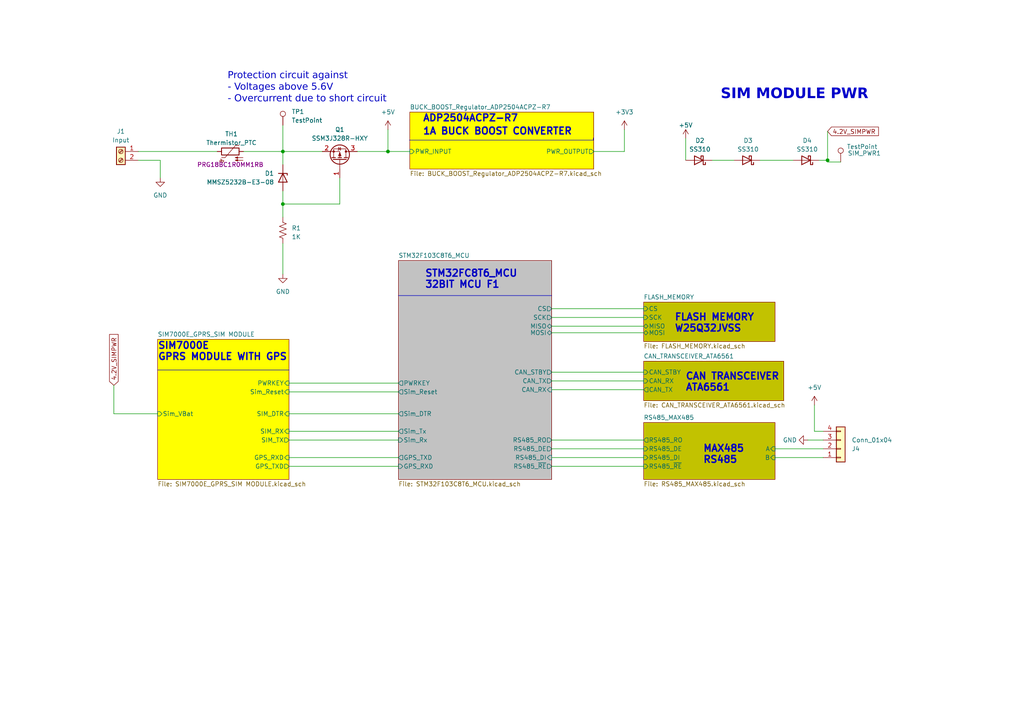
<source format=kicad_sch>
(kicad_sch (version 20230121) (generator eeschema)
  (paper "A4")
  (lib_symbols
    (symbol "Connector:Screw_Terminal_01x02" (pin_names (offset 1.016) hide)
      (property "Reference" "J" (at 0 2.54 0))
      (property "Value" "Screw_Terminal_01x02" (at 0 -5.08 0))
      (symbol "Screw_Terminal_01x02_1_1"
        (rectangle (start -1.27 1.27) (end 1.27 -3.81) (stroke (width 0.254)) (fill (type background)))
        (circle (center 0 -2.54) (radius 0.635) (stroke (width 0.1524)))
        (polyline (pts (xy -0.5334 -2.2098) (xy 0.3302 -3.048)) (stroke (width 0.1524)))
        (polyline (pts (xy -0.5334 0.3302) (xy 0.3302 -0.508)) (stroke (width 0.1524)))
        (polyline (pts (xy -0.3556 -2.032) (xy 0.508 -2.8702)) (stroke (width 0.1524)))
        (polyline (pts (xy -0.3556 0.508) (xy 0.508 -0.3302)) (stroke (width 0.1524)))
        (circle (center 0 0) (radius 0.635) (stroke (width 0.1524)))
        (pin passive line (at -5.08 0 0) (length 3.81) (name "Pin_1") (number "1"))
        (pin passive line (at -5.08 -2.54 0) (length 3.81) (name "Pin_2") (number "2"))
      )
    )
    (symbol "Connector:TestPoint" (pin_numbers hide) (pin_names (offset 0.762) hide)
      (property "Reference" "TP" (at 0 6.858 0))
      (property "Value" "TestPoint" (at 0 5.08 0))
      (symbol "TestPoint_0_1"
        (circle (center 0 3.302) (radius 0.762))
      )
      (symbol "TestPoint_1_1"
        (pin passive line (at 0 0 90) (length 2.54) (name "1") (number "1"))
      )
    )
    (symbol "Connector_Generic:Conn_01x04" (pin_names (offset 1.016) hide)
      (property "Reference" "J" (at 0 5.08 0))
      (property "Value" "Conn_01x04" (at 0 -7.62 0))
      (symbol "Conn_01x04_1_1"
        (rectangle (start -1.27 -4.953) (end 0 -5.207) (stroke (width 0.1524)))
        (rectangle (start -1.27 -2.413) (end 0 -2.667) (stroke (width 0.1524)))
        (rectangle (start -1.27 0.127) (end 0 -0.127) (stroke (width 0.1524)))
        (rectangle (start -1.27 2.667) (end 0 2.413) (stroke (width 0.1524)))
        (rectangle (start -1.27 3.81) (end 1.27 -6.35) (stroke (width 0.254)) (fill (type background)))
        (pin passive line (at -5.08 2.54 0) (length 3.81) (name "Pin_1") (number "1"))
        (pin passive line (at -5.08 0 0) (length 3.81) (name "Pin_2") (number "2"))
        (pin passive line (at -5.08 -2.54 0) (length 3.81) (name "Pin_3") (number "3"))
        (pin passive line (at -5.08 -5.08 0) (length 3.81) (name "Pin_4") (number "4"))
      )
    )
    (symbol "Device:D_Schottky" (pin_numbers hide) (pin_names (offset 1.016) hide)
      (property "Reference" "D" (at 0 2.54 0))
      (property "Value" "D_Schottky" (at 0 -2.54 0))
      (symbol "D_Schottky_0_1"
        (polyline (pts (xy 1.27 0) (xy -1.27 0)))
        (polyline (pts (xy 1.27 1.27) (xy 1.27 -1.27) (xy -1.27 0) (xy 1.27 1.27)) (stroke (width 0.254)))
        (polyline (pts (xy -1.905 0.635) (xy -1.905 1.27) (xy -1.27 1.27) (xy -1.27 -1.27) (xy -0.635 -1.27) (xy -0.635 -0.635)) (stroke (width 0.254)))
      )
      (symbol "D_Schottky_1_1"
        (pin passive line (at -3.81 0 0) (length 2.54) (name "K") (number "1"))
        (pin passive line (at 3.81 0 180) (length 2.54) (name "A") (number "2"))
      )
    )
    (symbol "Device:D_Zener" (pin_numbers hide) (pin_names (offset 1.016) hide)
      (property "Reference" "D" (at 0 2.54 0))
      (property "Value" "D_Zener" (at 0 -2.54 0))
      (symbol "D_Zener_0_1"
        (polyline (pts (xy 1.27 0) (xy -1.27 0)))
        (polyline (pts (xy -1.27 -1.27) (xy -1.27 1.27) (xy -0.762 1.27)) (stroke (width 0.254)))
        (polyline (pts (xy 1.27 -1.27) (xy 1.27 1.27) (xy -1.27 0) (xy 1.27 -1.27)) (stroke (width 0.254)))
      )
      (symbol "D_Zener_1_1"
        (pin passive line (at -3.81 0 0) (length 2.54) (name "K") (number "1"))
        (pin passive line (at 3.81 0 180) (length 2.54) (name "A") (number "2"))
      )
    )
    (symbol "Device:Q_PMOS_GSD" (pin_names (offset 0) hide)
      (property "Reference" "Q" (at 5.08 1.27 0))
      (property "Value" "Q_PMOS_GSD" (at 5.08 -1.27 0))
      (symbol "Q_PMOS_GSD_0_1"
        (polyline (pts (xy 0.254 0) (xy -2.54 0)))
        (polyline (pts (xy 0.254 1.905) (xy 0.254 -1.905)) (stroke (width 0.254)))
        (polyline (pts (xy 0.762 -1.27) (xy 0.762 -2.286)) (stroke (width 0.254)))
        (polyline (pts (xy 0.762 0.508) (xy 0.762 -0.508)) (stroke (width 0.254)))
        (polyline (pts (xy 0.762 2.286) (xy 0.762 1.27)) (stroke (width 0.254)))
        (polyline (pts (xy 2.54 2.54) (xy 2.54 1.778)))
        (polyline (pts (xy 2.54 -2.54) (xy 2.54 0) (xy 0.762 0)))
        (polyline (pts (xy 0.762 1.778) (xy 3.302 1.778) (xy 3.302 -1.778) (xy 0.762 -1.778)))
        (polyline (pts (xy 2.286 0) (xy 1.27 0.381) (xy 1.27 -0.381) (xy 2.286 0)) (fill (type outline)))
        (polyline (pts (xy 2.794 -0.508) (xy 2.921 -0.381) (xy 3.683 -0.381) (xy 3.81 -0.254)))
        (polyline (pts (xy 3.302 -0.381) (xy 2.921 0.254) (xy 3.683 0.254) (xy 3.302 -0.381)))
        (circle (center 1.651 0) (radius 2.794) (stroke (width 0.254)))
        (circle (center 2.54 -1.778) (radius 0.254) (fill (type outline)))
        (circle (center 2.54 1.778) (radius 0.254) (fill (type outline)))
      )
      (symbol "Q_PMOS_GSD_1_1"
        (pin input line (at -5.08 0 0) (length 2.54) (name "G") (number "1"))
        (pin passive line (at 2.54 -5.08 90) (length 2.54) (name "S") (number "2"))
        (pin passive line (at 2.54 5.08 270) (length 2.54) (name "D") (number "3"))
      )
    )
    (symbol "Device:R_US" (pin_numbers hide) (pin_names (offset 0))
      (property "Reference" "R" (at 2.54 0 90))
      (property "Value" "R_US" (at -2.54 0 90))
      (symbol "R_US_0_1"
        (polyline (pts (xy 0 -2.286) (xy 0 -2.54)))
        (polyline (pts (xy 0 2.286) (xy 0 2.54)))
        (polyline (pts (xy 0 -0.762) (xy 1.016 -1.143) (xy 0 -1.524) (xy -1.016 -1.905) (xy 0 -2.286)))
        (polyline (pts (xy 0 0.762) (xy 1.016 0.381) (xy 0 0) (xy -1.016 -0.381) (xy 0 -0.762)))
        (polyline (pts (xy 0 2.286) (xy 1.016 1.905) (xy 0 1.524) (xy -1.016 1.143) (xy 0 0.762)))
      )
      (symbol "R_US_1_1"
        (pin passive line (at 0 3.81 270) (length 1.27) (name "~") (number "1"))
        (pin passive line (at 0 -3.81 90) (length 1.27) (name "~") (number "2"))
      )
    )
    (symbol "Device:Thermistor_PTC" (pin_numbers hide) (pin_names (offset 0))
      (property "Reference" "TH" (at -4.064 0 90))
      (property "Value" "Thermistor_PTC" (at 3.048 0 90))
      (symbol "Thermistor_PTC_0_1"
        (arc (start -3.048 2.159) (mid -3.0495 2.3143) (end -3.175 2.413))
        (arc (start -3.048 2.159) (mid -2.9736 1.9794) (end -2.794 1.905))
        (arc (start -3.048 2.794) (mid -2.9736 2.6144) (end -2.794 2.54))
        (arc (start -2.794 1.905) (mid -2.6144 1.9794) (end -2.54 2.159))
        (arc (start -2.794 2.54) (mid -2.4393 2.5587) (end -2.159 2.794))
        (arc (start -2.794 3.048) (mid -2.9736 2.9736) (end -3.048 2.794))
        (arc (start -2.54 2.794) (mid -2.6144 2.9736) (end -2.794 3.048))
        (rectangle (start -1.016 2.54) (end 1.016 -2.54) (stroke (width 0.254)))
        (polyline (pts (xy -2.54 2.159) (xy -2.54 2.794)))
        (polyline (pts (xy -1.778 2.54) (xy -1.778 1.524) (xy 1.778 -1.524) (xy 1.778 -2.54)))
        (polyline (pts (xy -2.54 -3.683) (xy -2.54 -1.397) (xy -2.794 -2.159) (xy -2.286 -2.159) (xy -2.54 -1.397) (xy -2.54 -1.651)) (fill (type outline)))
        (polyline (pts (xy -1.778 -3.683) (xy -1.778 -1.397) (xy -2.032 -2.159) (xy -1.524 -2.159) (xy -1.778 -1.397) (xy -1.778 -1.651)) (fill (type outline)))
      )
      (symbol "Thermistor_PTC_1_1"
        (pin passive line (at 0 3.81 270) (length 1.27) (name "~") (number "1"))
        (pin passive line (at 0 -3.81 90) (length 1.27) (name "~") (number "2"))
      )
    )
    (symbol "power:+3V3" (power) (pin_names (offset 0))
      (property "Value" "+3V3" (at 0 3.556 0))
      (symbol "+3V3_0_1"
        (polyline (pts (xy -0.762 1.27) (xy 0 2.54)))
        (polyline (pts (xy 0 0) (xy 0 2.54)))
        (polyline (pts (xy 0 2.54) (xy 0.762 1.27)))
      )
      (symbol "+3V3_1_1"
        (pin power_in line (at 0 0 90) (length 0) hide (name "+3V3") (number "1"))
      )
    )
    (symbol "power:+5V" (power) (pin_names (offset 0))
      (property "Value" "+5V" (at 0 3.556 0))
      (symbol "+5V_0_1"
        (polyline (pts (xy -0.762 1.27) (xy 0 2.54)))
        (polyline (pts (xy 0 0) (xy 0 2.54)))
        (polyline (pts (xy 0 2.54) (xy 0.762 1.27)))
      )
      (symbol "+5V_1_1"
        (pin power_in line (at 0 0 90) (length 0) hide (name "+5V") (number "1"))
      )
    )
    (symbol "power:GND" (power) (pin_names (offset 0))
      (property "Value" "GND" (at 0 -3.81 0))
      (symbol "GND_0_1"
        (polyline (pts (xy 0 0) (xy 0 -1.27) (xy 1.27 -1.27) (xy 0 -2.54) (xy -1.27 -1.27) (xy 0 -1.27)))
      )
      (symbol "GND_1_1"
        (pin power_in line (at 0 0 270) (length 0) hide (name "GND") (number "1"))
      )
    )
  )
  (junction (at 82.042 59.182))
  (junction (at 82.042 43.942))
  (junction (at 112.522 43.942))
  (junction (at 240.03 46.482))
  (wire (pts (xy 234.315 127.635) (xy 238.76 127.635)))
  (wire (pts (xy 160.02 96.52) (xy 186.69 96.52)))
  (wire (pts (xy 243.84 46.99) (xy 240.03 46.99)))
  (wire (pts (xy 229.997 46.482) (xy 220.472 46.482)))
  (wire (pts (xy 98.552 51.562) (xy 98.552 59.182)))
  (wire (pts (xy 83.82 135.255) (xy 115.57 135.255)))
  (wire (pts (xy 82.042 47.752) (xy 82.042 43.942)))
  (wire (pts (xy 83.82 127.635) (xy 115.57 127.635)))
  (wire (pts (xy 83.82 125.095) (xy 115.57 125.095)))
  (polyline (pts (xy 45.72 107.315) (xy 83.82 107.315)))
  (wire (pts (xy 112.522 43.942) (xy 118.872 43.942)))
  (wire (pts (xy 33.02 120.015) (xy 45.72 120.015)))
  (wire (pts (xy 160.02 135.255) (xy 186.69 135.255)))
  (wire (pts (xy 160.02 92.075) (xy 186.69 92.075)))
  (wire (pts (xy 198.882 40.132) (xy 198.882 46.482)))
  (wire (pts (xy 46.482 46.482) (xy 40.132 46.482)))
  (wire (pts (xy 240.03 46.99) (xy 240.03 46.482)))
  (polyline (pts (xy 115.57 85.725) (xy 160.02 85.725)))
  (wire (pts (xy 240.03 38.1) (xy 240.03 46.482)))
  (wire (pts (xy 40.132 43.942) (xy 62.992 43.942)))
  (wire (pts (xy 160.02 110.49) (xy 186.69 110.49)))
  (wire (pts (xy 181.102 43.942) (xy 172.212 43.942)))
  (wire (pts (xy 82.042 36.322) (xy 82.042 43.942)))
  (wire (pts (xy 82.042 59.182) (xy 82.042 62.992)))
  (polyline (pts (xy 172.085 40.005) (xy 172.085 40.64)))
  (wire (pts (xy 212.852 46.482) (xy 206.502 46.482)))
  (wire (pts (xy 46.482 51.562) (xy 46.482 46.482)))
  (wire (pts (xy 160.02 113.03) (xy 186.69 113.03)))
  (wire (pts (xy 82.042 70.612) (xy 82.042 79.502)))
  (wire (pts (xy 83.82 113.665) (xy 115.57 113.665)))
  (wire (pts (xy 82.042 43.942) (xy 93.472 43.942)))
  (wire (pts (xy 70.612 43.942) (xy 82.042 43.942)))
  (wire (pts (xy 160.02 130.175) (xy 186.69 130.175)))
  (wire (pts (xy 160.02 107.95) (xy 186.69 107.95)))
  (wire (pts (xy 98.552 59.182) (xy 82.042 59.182)))
  (wire (pts (xy 224.79 130.175) (xy 238.76 130.175)))
  (wire (pts (xy 181.102 37.592) (xy 181.102 43.942)))
  (wire (pts (xy 160.02 89.535) (xy 186.69 89.535)))
  (wire (pts (xy 160.02 132.715) (xy 186.69 132.715)))
  (wire (pts (xy 83.82 120.015) (xy 115.57 120.015)))
  (wire (pts (xy 103.632 43.942) (xy 112.522 43.942)))
  (polyline (pts (xy 118.745 40.64) (xy 172.085 40.64)))
  (wire (pts (xy 237.617 46.482) (xy 240.03 46.482)))
  (wire (pts (xy 83.82 132.715) (xy 115.57 132.715)))
  (wire (pts (xy 82.042 55.372) (xy 82.042 59.182)))
  (wire (pts (xy 33.02 111.76) (xy 33.02 120.015)))
  (wire (pts (xy 160.02 127.635) (xy 186.69 127.635)))
  (wire (pts (xy 224.79 132.715) (xy 238.76 132.715)))
  (wire (pts (xy 112.522 37.592) (xy 112.522 43.942)))
  (wire (pts (xy 160.02 94.615) (xy 186.69 94.615)))
  (wire (pts (xy 83.82 111.125) (xy 115.57 111.125)))
  (wire (pts (xy 238.76 125.095) (xy 236.22 125.095)))
  (wire (pts (xy 236.22 125.095) (xy 236.22 117.475)))
  (text "FLASH MEMORY\nW25Q32JVSS" (at 195.58 96.52 0) (effects (font (size 2 2) (thickness 0.4) bold) (justify left bottom)))
  (text "ADP2504ACPZ-R7\n" (at 122.555 35.56 0) (effects (font (size 2 2) (thickness 0.4) bold) (justify left bottom)))
  (text "1A BUCK BOOST CONVERTER" (at 122.555 39.37 0) (effects (font (size 2 2) bold) (justify left bottom)))
  (text "STM32FC8T6_MCU\n32BIT MCU F1" (at 123.19 83.82 0) (effects (font (size 2 2) (thickness 0.4) bold) (justify left bottom)))
  (text "MAX485\nRS485" (at 203.835 134.62 0) (effects (font (size 2 2) (thickness 0.4) bold) (justify left bottom)))
  (text "SIM MODULE PWR" (at 209.042 29.972 0) (effects (font (size 3 3) (thickness 1) bold) (justify left bottom)))
  (text "CAN TRANSCEIVER\nATA6561" (at 198.755 113.665 0) (effects (font (size 2 2) (thickness 0.4) bold) (justify left bottom)))
  (text "Protection circuit against\n- Voltages above 5.6V\n- Overcurrent due to short circuit" (at 66.04 30.48 0) (effects (font (size 2 2)) (justify left bottom)))
  (text "SIM7000E\nGPRS MODULE WITH GPS" (at 45.72 104.775 0) (effects (font (size 2 2) (thickness 0.4) bold) (justify left bottom)))
  (global_label "4.2V_SIMPWR" (shape input) (at 240.03 38.1 0) (property "Intersheetrefs" "${INTERSHEET_REFS}" (effects hide)))
  (global_label "4.2V_SIMPWR" (shape input) (at 33.02 111.76 90) (property "Intersheetrefs" "${INTERSHEET_REFS}" (effects hide)))
  (symbol (lib_id "Device:R_US") (at 82.042 66.802 0) (unit 1)
    (property "Reference" "R1" (at 84.582 66.167 0) (effects (justify left)))
    (property "Value" "1K" (at 84.582 68.707 0) (effects (justify left)))
    (property "Footprint" "Resistor_SMD:R_0402_1005Metric" (effects hide))
  )
  (symbol (lib_id "power:+5V") (at 112.522 37.592 0) (unit 1)
    (property "Reference" "#PWR03" (effects hide))
    (property "Value" "+5V" (at 112.522 32.512 0))
  )
  (symbol (lib_id "power:GND") (at 234.315 127.635 270) (unit 1)
    (property "Reference" "#PWR060" (effects hide))
    (property "Value" "GND" (at 231.14 127.635 90) (effects (justify right)))
  )
  (symbol (lib_id "power:GND") (at 82.042 79.502 0) (unit 1)
    (property "Reference" "#PWR02" (effects hide))
    (property "Value" "GND" (at 82.042 84.582 0))
  )
  (symbol (lib_id "Connector:TestPoint") (at 243.84 46.99 0) (mirror y) (unit 1)
    (property "Reference" "SIM_PWR1" (at 250.698 44.45 0))
    (property "Value" "TestPoint" (at 250.063 42.545 0))
    (property "Footprint" "TestPoint:TestPoint_Pad_D1.0mm" (effects hide))
  )
  (symbol (lib_id "power:+3V3") (at 181.102 37.592 0) (unit 1)
    (property "Reference" "#PWR04" (effects hide))
    (property "Value" "+3V3" (at 181.102 32.512 0))
  )
  (symbol (lib_id "Device:D_Schottky") (at 233.807 46.482 180) (unit 1)
    (property "Reference" "D4" (at 234.1245 40.767 0))
    (property "Value" "SS310" (at 234.1245 43.307 0))
    (property "Footprint" "Diode_SMD:D_SMA" (effects hide))
  )
  (symbol (lib_id "Device:D_Schottky") (at 202.692 46.482 180) (unit 1)
    (property "Reference" "D2" (at 203.0095 40.767 0))
    (property "Value" "SS310" (at 203.0095 43.307 0))
    (property "Footprint" "Diode_SMD:D_SMA" (effects hide))
  )
  (symbol (lib_id "power:GND") (at 46.482 51.562 0) (unit 1)
    (property "Reference" "#PWR01" (effects hide))
    (property "Value" "GND" (at 46.482 56.642 0))
  )
  (symbol (lib_id "power:+5V") (at 198.882 40.132 0) (unit 1)
    (property "Reference" "#PWR05" (effects hide))
    (property "Value" "+5V" (at 198.882 36.322 0))
  )
  (symbol (lib_id "Connector:Screw_Terminal_01x02") (at 35.052 43.942 0) (mirror y) (unit 1)
    (property "Reference" "J1" (at 35.052 38.1 0))
    (property "Value" "Input" (at 35.052 40.64 0))
    (property "Footprint" "TerminalBlock_Phoenix:TerminalBlock_Phoenix_PT-1,5-2-3.5-H_1x02_P3.50mm_Horizontal" (effects hide))
  )
  (symbol (lib_id "Device:Thermistor_PTC") (at 66.802 43.942 90) (unit 1)
    (property "Reference" "TH1" (at 67.1195 38.862 90))
    (property "Value" "Thermistor_PTC" (at 67.1195 41.402 90))
    (property "Footprint" "Fuse:Fuse_0603_1608Metric_Pad1.05x0.95mm_HandSolder" (effects hide))
    (property "MPN" "PRG18BC1R0MM1RB" (at 66.802 47.752 90))
  )
  (symbol (lib_id "Connector:TestPoint") (at 82.042 36.322 0) (unit 1)
    (property "Reference" "TP1" (at 84.582 32.385 0) (effects (justify left)))
    (property "Value" "TestPoint" (at 84.582 34.925 0) (effects (justify left)))
    (property "Footprint" "TestPoint:TestPoint_Pad_D1.0mm" (effects hide))
  )
  (symbol (lib_id "Device:D_Zener") (at 82.042 51.562 270) (unit 1)
    (property "Reference" "D1" (at 79.502 50.292 90) (effects (justify right)))
    (property "Value" "MMSZ5232B-E3-08" (at 79.502 52.832 90) (effects (justify right)))
    (property "Footprint" "Diode_SMD:D_SOD-123" (effects hide))
  )
  (symbol (lib_id "power:+5V") (at 236.22 117.475 0) (unit 1)
    (property "Reference" "#PWR061" (effects hide))
    (property "Value" "+5V" (at 236.22 112.395 0))
  )
  (symbol (lib_id "Connector_Generic:Conn_01x04") (at 243.84 130.175 0) (mirror x) (unit 1)
    (property "Reference" "J4" (at 247.015 130.175 0) (effects (justify left)))
    (property "Value" "Conn_01x04" (at 247.015 127.635 0) (effects (justify left)))
  )
  (symbol (lib_id "Device:Q_PMOS_GSD") (at 98.552 46.482 270) (mirror x) (unit 1)
    (property "Reference" "Q1" (at 98.552 37.592 90))
    (property "Value" "SSM3J328R-HXY" (at 98.552 40.132 90))
    (property "Footprint" "Package_TO_SOT_SMD:SOT-23" (effects hide))
  )
  (symbol (lib_id "Device:D_Schottky") (at 216.662 46.482 180) (unit 1)
    (property "Reference" "D3" (at 216.9795 40.767 0))
    (property "Value" "SS310" (at 216.9795 43.307 0))
    (property "Footprint" "Diode_SMD:D_SMA" (effects hide))
  )
  (sheet (at 186.69 122.555) (size 38.1 16.51) (stroke (width 0.1524)) (fill (color 194 194 0 1.0000))
    (property "Sheetname" "RS485_MAX485" (at 186.69 121.8434 0) (effects (justify left bottom)))
    (property "Sheetfile" "RS485_MAX485.kicad_sch" (at 186.69 139.6496 0) (effects (justify left top)))
    (pin "B" input (at 224.79 132.715 0))
    (pin "A" input (at 224.79 130.175 0))
    (pin "RS485_RO" output (at 186.69 127.635 180))
    (pin "RS485_DE" input (at 186.69 130.175 180))
    (pin "RS485_DI" input (at 186.69 132.715 180))
    (pin "RS485_~{RE}" input (at 186.69 135.255 180))
  )
  (sheet (at 186.69 87.63) (size 38.1 11.43) (stroke (width 0.1524)) (fill (color 194 194 0 1.0000))
    (property "Sheetname" "FLASH_MEMORY" (at 186.69 86.9184 0) (effects (justify left bottom)))
    (property "Sheetfile" "FLASH_MEMORY.kicad_sch" (at 186.69 99.6446 0) (effects (justify left top)))
    (pin "MOSI" bidirectional (at 186.69 96.52 180))
    (pin "MISO" bidirectional (at 186.69 94.615 180))
    (pin "SCK" input (at 186.69 92.075 180))
    (pin "CS" input (at 186.69 89.535 180))
  )
  (sheet (at 45.72 98.425) (size 38.1 40.64) (stroke (width 0.1524)) (fill (color 255 255 0 1.0000))
    (property "Sheetname" "SIM7000E_GPRS_SIM MODULE" (at 45.72 97.7134 0) (effects (justify left bottom)))
    (property "Sheetfile" "SIM7000E_GPRS_SIM MODULE.kicad_sch" (at 45.72 139.6496 0) (effects (justify left top)))
    (pin "SIM_RX" input (at 83.82 125.095 0))
    (pin "GPS_RXD" input (at 83.82 132.715 0))
    (pin "GPS_TXD" output (at 83.82 135.255 0))
    (pin "SIM_TX" output (at 83.82 127.635 0))
    (pin "SIM_DTR" input (at 83.82 120.015 0))
    (pin "Sim_Reset" input (at 83.82 113.665 0))
    (pin "PWRKEY" input (at 83.82 111.125 0))
    (pin "Sim_VBat" input (at 45.72 120.015 180))
  )
  (sheet (at 115.57 75.565) (size 44.45 63.5) (stroke (width 0.1524)) (fill (color 194 194 194 1.0000))
    (property "Sheetname" "STM32F103C8T6_MCU" (at 115.57 74.8534 0) (effects (justify left bottom)))
    (property "Sheetfile" "STM32F103C8T6_MCU.kicad_sch" (at 115.57 139.6496 0) (effects (justify left top)))
    (pin "PWRKEY" output (at 115.57 111.125 180))
    (pin "RS485_RO" output (at 160.02 127.635 0))
    (pin "RS485_DE" output (at 160.02 130.175 0))
    (pin "RS485_DI" input (at 160.02 132.715 0))
    (pin "Sim_DTR" output (at 115.57 120.015 180))
    (pin "Sim_Reset" output (at 115.57 113.665 180))
    (pin "RS485_~{RE}" output (at 160.02 135.255 0))
    (pin "GPS_RXD" input (at 115.57 135.255 180))
    (pin "GPS_TXD" output (at 115.57 132.715 180))
    (pin "CAN_STBY" output (at 160.02 107.95 0))
    (pin "CAN_TX" output (at 160.02 110.49 0))
    (pin "CAN_RX" input (at 160.02 113.03 0))
    (pin "Sim_Tx" output (at 115.57 125.095 180))
    (pin "Sim_Rx" input (at 115.57 127.635 180))
    (pin "CS" output (at 160.02 89.535 0))
    (pin "SCK" output (at 160.02 92.075 0))
    (pin "MOSI" bidirectional (at 160.02 96.52 0))
    (pin "MISO" bidirectional (at 160.02 94.615 0))
  )
  (sheet (at 118.872 32.512) (size 53.34 16.51) (stroke (width 0.1524)) (fill (color 255 255 0 1.0000))
    (property "Sheetname" "BUCK_BOOST_Regulator_ADP2504ACPZ-R7" (at 118.872 31.8004 0) (effects (justify left bottom)))
    (property "Sheetfile" "BUCK_BOOST_Regulator_ADP2504ACPZ-R7.kicad_sch" (at 118.872 49.6066 0) (effects (justify left top)))
    (pin "PWR_OUTPUT" output (at 172.212 43.942 0))
    (pin "PWR_INPUT" input (at 118.872 43.942 180))
  )
  (sheet (at 186.69 104.775) (size 40.64 11.43) (stroke (width 0.1524)) (fill (color 194 194 0 1.0000))
    (property "Sheetname" "CAN_TRANSCEIVER_ATA6561" (at 186.69 104.0634 0) (effects (justify left bottom)))
    (property "Sheetfile" "CAN_TRANSCEIVER_ATA6561.kicad_sch" (at 186.69 116.7896 0) (effects (justify left top)))
    (pin "CAN_RX" input (at 186.69 110.49 180))
    (pin "CAN_STBY" input (at 186.69 107.95 180))
    (pin "CAN_TX" output (at 186.69 113.03 180))
  )
)
</source>
